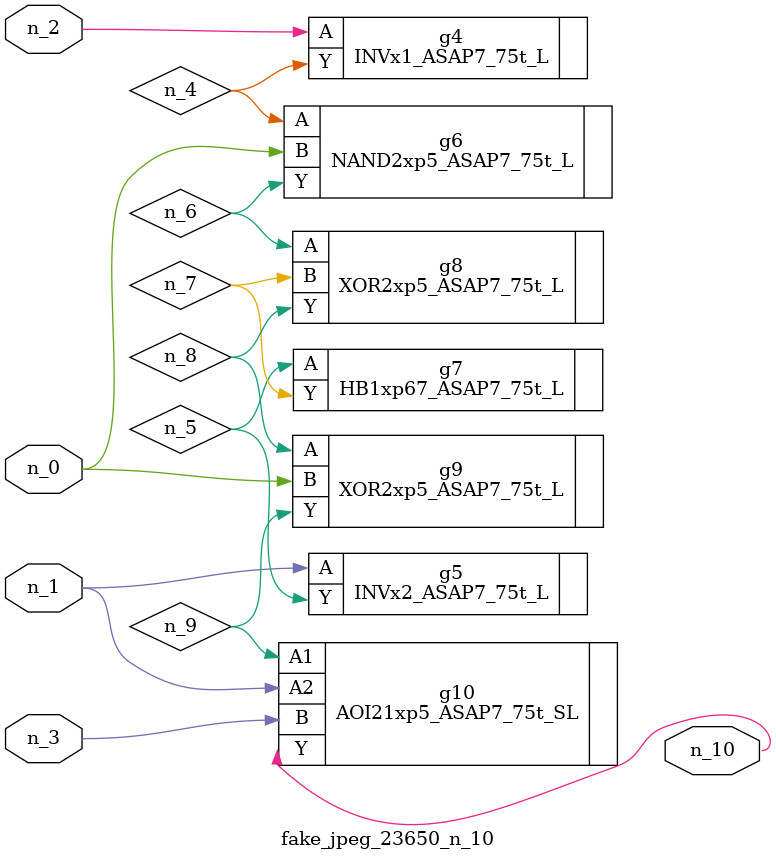
<source format=v>
module fake_jpeg_23650_n_10 (n_0, n_3, n_2, n_1, n_10);

input n_0;
input n_3;
input n_2;
input n_1;

output n_10;

wire n_4;
wire n_8;
wire n_9;
wire n_6;
wire n_5;
wire n_7;

INVx1_ASAP7_75t_L g4 ( 
.A(n_2),
.Y(n_4)
);

INVx2_ASAP7_75t_L g5 ( 
.A(n_1),
.Y(n_5)
);

NAND2xp5_ASAP7_75t_L g6 ( 
.A(n_4),
.B(n_0),
.Y(n_6)
);

XOR2xp5_ASAP7_75t_L g8 ( 
.A(n_6),
.B(n_7),
.Y(n_8)
);

HB1xp67_ASAP7_75t_L g7 ( 
.A(n_5),
.Y(n_7)
);

XOR2xp5_ASAP7_75t_L g9 ( 
.A(n_8),
.B(n_0),
.Y(n_9)
);

AOI21xp5_ASAP7_75t_SL g10 ( 
.A1(n_9),
.A2(n_1),
.B(n_3),
.Y(n_10)
);


endmodule
</source>
